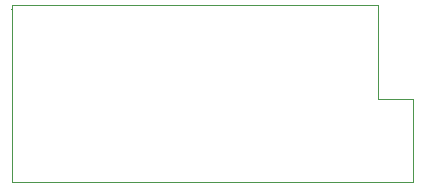
<source format=gbr>
G04 (created by PCBNEW (2013-07-07 BZR 4022)-stable) date 2/20/2015 11:24:41 AM*
%MOIN*%
G04 Gerber Fmt 3.4, Leading zero omitted, Abs format*
%FSLAX34Y34*%
G01*
G70*
G90*
G04 APERTURE LIST*
%ADD10C,0.00590551*%
%ADD11C,0.00393701*%
G04 APERTURE END LIST*
G54D10*
G54D11*
X104724Y-49606D02*
X104724Y-50000D01*
X116929Y-49606D02*
X104724Y-49606D01*
X116929Y-50000D02*
X116929Y-49606D01*
X104724Y-50000D02*
X104724Y-55511D01*
X116929Y-52755D02*
X116929Y-50000D01*
X118110Y-52755D02*
X116929Y-52755D01*
X118110Y-55511D02*
X118110Y-52755D01*
X104724Y-55511D02*
X118110Y-55511D01*
X104692Y-49740D02*
X104692Y-49744D01*
M02*

</source>
